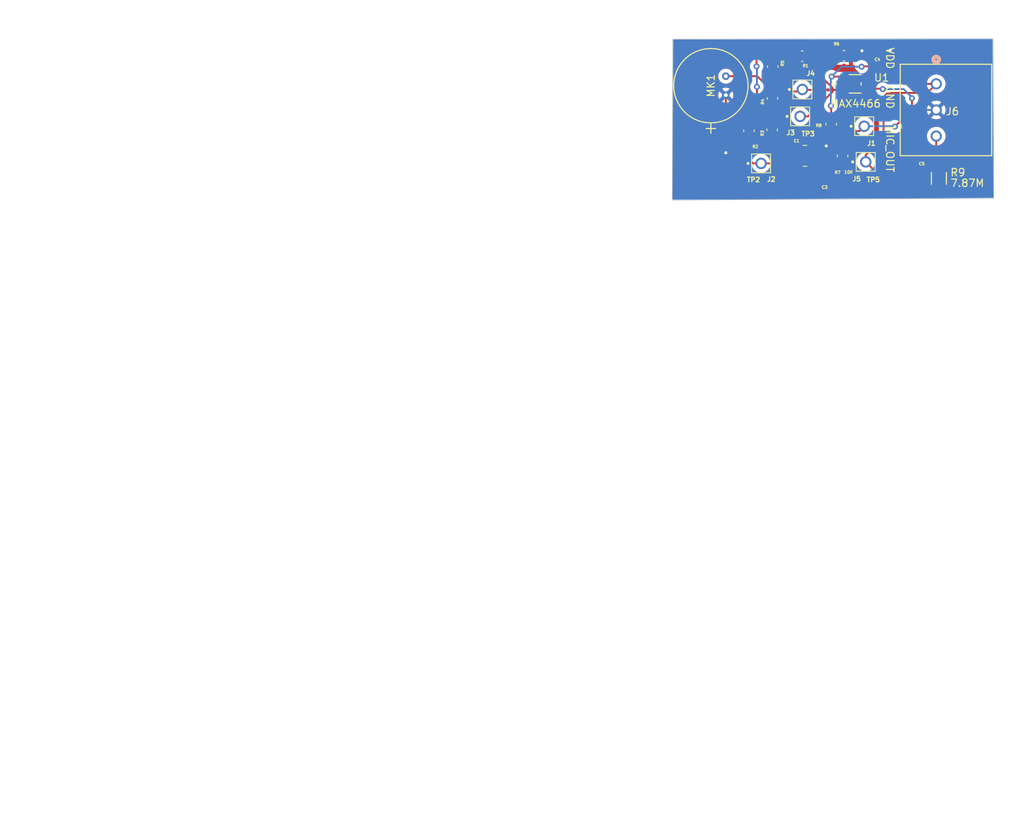
<source format=kicad_pcb>
(kicad_pcb (version 20221018) (generator pcbnew)
  (title_block (title "MICROPHONE PCB") (rev "A") (company "LNVD") (comment 1 "AUTHOR: EVAN NEWELL"))
  (layers (0 "F.Cu" signal) (31 "B.Cu" signal) (34 "B.Paste" user) (35 "F.Paste" user) (36 "B.SilkS" user "B.Silkscreen") (37 "F.SilkS" user "F.Silkscreen") (38 "B.Mask" user) (39 "F.Mask" user) (44 "Edge.Cuts" user))
  (net 0 "")
  (net 1 "/TP4")
  (net 2 "/TP3")
  (net 3 "/TP1")
  (net 4 "/TP5")
  (net 5 "Mic Out")
  (net 6 "GND")
  (net 7 "/TP2")
  (net 8 "VDD")
  (net 9 "Net-(R1-Pad2)")
  (net 10 "Net-(R3-Pad2)")
  (net 11 "Net-(C3-Pad1)")
  (footprint "Library:RES_R1206_ROM-M" (layer "F.Cu") (at 165.3794 97.2312 90)
    (fp_text reference "R9" (at 0.7874 2.54 unlocked) (layer "F.SilkS"))
    (fp_text value "7.87M" (at -0.635 3.81 unlocked) (layer "F.SilkS"))
    (fp_line (start -0.800751 1.002) (end 0.800751 1.002) (stroke (width 0.1524)) (layer "F.SilkS"))
    (fp_line (start 0.800751 -1.002) (end -0.800751 -1.002) (stroke (width 0.1524)) (layer "F.SilkS"))
    (pad "1" smd rect (at -1.5494 0 90) (size 0.8636 1.8008) (layers "F.Cu" "F.Paste" "F.Mask") (net 4 "/TP5"))
    (pad "2" smd rect (at 1.5494 0 90) (size 0.8636 1.8008) (layers "F.Cu" "F.Paste" "F.Mask") (net 5 "Mic Out"))
    (zone (net 0) (net_name "") (layer "F.Cu") (connect_pads (clearance 0)) (min_thickness 0.254)
      (keepout (tracks not_allowed) (vias not_allowed) (pads allowed) (copperpour not_allowed) (footprints allowed))
      (fill (thermal_gap 0.508) (thermal_bridge_width 0.508))
      (polygon (pts (xy 164.5552 98.298) (xy 164.5552 96.1644) (xy 166.2036 96.1644) (xy 166.2036 98.298)))
    )
  )
  (footprint "Library:RESC2012X60N" (layer "F.Cu") (at 152.6588 80.7974)
    (fp_text reference "R6" (at -0.9954 -1.5748) (layer "F.SilkS") (effects (font (size 0.393701 0.393701) (thickness 0.098425))))
    (fp_text value "1.8M")
    (fp_line (start -0.12 -0.7) (end 0.12 -0.7) (stroke (width 0.127)) (layer "F.SilkS"))
    (fp_line (start -0.12 0.7) (end 0.12 0.7) (stroke (width 0.127)) (layer "F.SilkS"))
    (pad "1" smd rect (at -0.935 0) (size 1 1.42) (layers "F.Cu" "F.Paste" "F.Mask") (net 2 "/TP3"))
    (pad "2" smd rect (at 0.935 0) (size 1 1.42) (layers "F.Cu" "F.Paste" "F.Mask") (net 6 "GND"))
  )
  (footprint "Library:RESC2012X60N" (layer "F.Cu") (at 147.0708 80.8482 180)
    (fp_text reference "R1" (at -0.44 -1.3) (layer "F.SilkS") (effects (font (size 0.393701 0.393701))))
    (fp_text value "1k")
    (fp_line (start -0.12 -0.7) (end 0.12 -0.7) (stroke (width 0.127)) (layer "F.SilkS"))
    (fp_line (start -0.12 0.7) (end 0.12 0.7) (stroke (width 0.127)) (layer "F.SilkS"))
    (pad "1" smd rect (at -0.935 0 180) (size 1 1.42) (layers "F.Cu" "F.Paste" "F.Mask") (net 8 "VDD"))
    (pad "2" smd rect (at 0.935 0 180) (size 1 1.42) (layers "F.Cu" "F.Paste" "F.Mask") (net 9 "Net-(R1-Pad2)"))
  )
  (footprint "Library:CONN_1984976_PXC" (layer "F.Cu") (at 165.0238 84.566999 -90)
    (fp_text reference "J6" (at 3.698001 -2.1844 unlocked) (layer "F.SilkS"))
    (fp_text value "VDD   GND   MIC_OUT" (at 3.494801 6.1976 -90 unlocked) (layer "F.SilkS"))
    (fp_circle (center -3.261999 0) (end -2.880999 0) (stroke (width 0.508)) (fill none) (layer "B.SilkS"))
    (fp_line (start -2.626997 -7.427001) (end -2.626997 4.826998) (stroke (width 0.1524)) (layer "F.SilkS"))
    (fp_line (start -2.626997 4.826998) (end 9.626999 4.826998) (stroke (width 0.1524)) (layer "F.SilkS"))
    (fp_line (start 9.626999 -7.427001) (end -2.626997 -7.427001) (stroke (width 0.1524)) (layer "F.SilkS"))
    (fp_line (start 9.626999 4.826998) (end 9.626999 -7.427001) (stroke (width 0.1524)) (layer "F.SilkS"))
    (fp_circle (center -3.261999 0) (end -2.880999 0) (stroke (width 0.508)) (fill none) (layer "F.SilkS"))
    (pad "1" thru_hole circle (at 0 0 270) (size 1.4986 1.4986) (drill 0.9906) (layers "*.Cu" "*.Mask") (net 8 "VDD"))
    (pad "2" thru_hole circle (at 3.500001 0 270) (size 1.4986 1.4986) (drill 0.9906) (layers "*.Cu" "*.Mask") (net 6 "GND"))
    (pad "3" thru_hole circle (at 7.000001 0 270) (size 1.4986 1.4986) (drill 0.9906) (layers "*.Cu" "*.Mask") (net 5 "Mic Out"))
  )
  (footprint "Library:RESC2012X60N" (layer "F.Cu") (at 139.9286 90.8558 -90)
    (fp_text reference "R2" (at 2.1336 -0.8636 -180) (layer "F.SilkS") (effects (font (size 0.393701 0.393701) (thickness 0.098425))))
    (fp_text value "100")
    (fp_line (start -0.12 -0.7) (end 0.12 -0.7) (stroke (width 0.127)) (layer "F.SilkS"))
    (fp_line (start -0.12 0.7) (end 0.12 0.7) (stroke (width 0.127)) (layer "F.SilkS"))
    (pad "1" smd rect (at -0.935 0 270) (size 1 1.42) (layers "F.Cu" "F.Paste" "F.Mask") (net 9 "Net-(R1-Pad2)"))
    (pad "2" smd rect (at 0.935 0 270) (size 1 1.42) (layers "F.Cu" "F.Paste" "F.Mask") (net 7 "/TP2"))
  )
  (footprint "Library:RESC2012X60N" (layer "F.Cu") (at 143.0782 86.5172 90)
    (fp_text reference "R4" (at -0.44 -1.3 90) (layer "F.SilkS") (effects (font (size 0.393701 0.393701))))
    (fp_text value "100")
    (fp_line (start -0.12 -0.7) (end 0.12 -0.7) (stroke (width 0.127)) (layer "F.SilkS"))
    (fp_line (start -0.12 0.7) (end 0.12 0.7) (stroke (width 0.127)) (layer "F.SilkS"))
    (pad "1" smd rect (at -0.935 0 90) (size 1 1.42) (layers "F.Cu" "F.Paste" "F.Mask") (net 10 "Net-(R3-Pad2)"))
    (pad "2" smd rect (at 0.935 0 90) (size 1 1.42) (layers "F.Cu" "F.Paste" "F.Mask") (net 1 "/TP4"))
  )
  (footprint "Library:ADAM-TECH_PH1-01-UA" (layer "F.Cu") (at 155.575 95.0214)
    (fp_text reference "J5" (at -1.2192 2.286) (layer "F.SilkS") (effects (font (size 0.64 0.64))))
    (fp_text value "TP5" (at 1.016 2.3876) (layer "F.SilkS") (effects (font (size 0.64 0.64))))
    (fp_line (start -1.27 -1.25) (end -1.27 1.25) (stroke (width 0.127)) (layer "F.SilkS"))
    (fp_line (start -1.27 1.25) (end 1.27 1.25) (stroke (width 0.127)) (layer "F.SilkS"))
    (fp_line (start 1.27 -1.25) (end -1.27 -1.25) (stroke (width 0.127)) (layer "F.SilkS"))
    (fp_line (start 1.27 1.25) (end 1.27 -1.25) (stroke (width 0.127)) (layer "F.SilkS"))
    (fp_circle (center -1.75 0) (end -1.65 0) (stroke (width 0.2)) (fill none) (layer "F.SilkS"))
    (pad "1" thru_hole circle (at 0 0) (size 1.53 1.53) (drill 1.02) (layers "*.Cu" "*.Mask") (net 4 "/TP5"))
  )
  (footprint "Library:ADAM-TECH_PH1-01-UA" (layer "F.Cu") (at 146.7866 88.9254)
    (fp_text reference "J3" (at -1.27 2.1844) (layer "F.SilkS") (effects (font (size 0.64 0.64))))
    (fp_text value "TP3" (at 1.0668 2.3368) (layer "F.SilkS") (effects (font (size 0.64 0.64))))
    (fp_line (start -1.27 -1.25) (end -1.27 1.25) (stroke (width 0.127)) (layer "F.SilkS"))
    (fp_line (start -1.27 1.25) (end 1.27 1.25) (stroke (width 0.127)) (layer "F.SilkS"))
    (fp_line (start 1.27 -1.25) (end -1.27 -1.25) (stroke (width 0.127)) (layer "F.SilkS"))
    (fp_line (start 1.27 1.25) (end 1.27 -1.25) (stroke (width 0.127)) (layer "F.SilkS"))
    (fp_circle (center -1.75 0) (end -1.65 0) (stroke (width 0.2)) (fill none) (layer "F.SilkS"))
    (pad "1" thru_hole circle (at 0 0) (size 1.53 1.53) (drill 1.02) (layers "*.Cu" "*.Mask") (net 2 "/TP3"))
  )
  (footprint "Library:RESC2012X60N" (layer "F.Cu") (at 150.9522 89.9716 90)
    (fp_text reference "R8" (at -0.173 -1.6764 180) (layer "F.SilkS") (effects (font (size 0.393701 0.393701))))
    (fp_text value "499k")
    (fp_line (start -0.12 -0.7) (end 0.12 -0.7) (stroke (width 0.127)) (layer "F.SilkS"))
    (fp_line (start -0.12 0.7) (end 0.12 0.7) (stroke (width 0.127)) (layer "F.SilkS"))
    (pad "1" smd rect (at -0.935 0 90) (size 1 1.42) (layers "F.Cu" "F.Paste" "F.Mask") (net 3 "/TP1"))
    (pad "2" smd rect (at 0.935 0 90) (size 1 1.42) (layers "F.Cu" "F.Paste" "F.Mask") (net 4 "/TP5"))
  )
  (footprint "Library:ADAM-TECH_PH1-01-UA" (layer "F.Cu") (at 141.5542 95.2246)
    (fp_text reference "J2" (at 1.3716 2.1336) (layer "F.SilkS") (effects (font (size 0.64 0.64))))
    (fp_text value "TP2" (at -1.016 2.1844) (layer "F.SilkS") (effects (font (size 0.64 0.64))))
    (fp_line (start -1.27 -1.25) (end -1.27 1.25) (stroke (width 0.127)) (layer "F.SilkS"))
    (fp_line (start -1.27 1.25) (end 1.27 1.25) (stroke (width 0.127)) (layer "F.SilkS"))
    (fp_line (start 1.27 -1.25) (end -1.27 -1.25) (stroke (width 0.127)) (layer "F.SilkS"))
    (fp_line (start 1.27 1.25) (end 1.27 -1.25) (stroke (width 0.127)) (layer "F.SilkS"))
    (fp_circle (center -1.75 0) (end -1.65 0) (stroke (width 0.2)) (fill none) (layer "F.SilkS"))
    (pad "1" thru_hole circle (at 0 0) (size 1.53 1.53) (drill 1.02) (layers "*.Cu" "*.Mask") (net 7 "/TP2"))
  )
  (footprint "Library:RESC2012X60N" (layer "F.Cu") (at 143.0274 90.7336 90)
    (fp_text reference "R3" (at -0.44 -1.3 90) (layer "F.SilkS") (effects (font (size 0.393701 0.393701))))
    (fp_text value "1k")
    (fp_line (start -0.12 -0.7) (end 0.12 -0.7) (stroke (width 0.127)) (layer "F.SilkS"))
    (fp_line (start -0.12 0.7) (end 0.12 0.7) (stroke (width 0.127)) (layer "F.SilkS"))
    (pad "1" smd rect (at -0.935 0 90) (size 1 1.42) (layers "F.Cu" "F.Paste" "F.Mask") (net 7 "/TP2"))
    (pad "2" smd rect (at 0.935 0 90) (size 1 1.42) (layers "F.Cu" "F.Paste" "F.Mask") (net 10 "Net-(R3-Pad2)"))
  )
  (footprint "Library:Mic_Op_Amp" (layer "F.Cu") (at 154.15895 84.567001)
    (fp_text reference "U1" (at 3.54965 -0.823201 unlocked) (layer "F.SilkS"))
    (fp_text value "MAX4466" (at 0.04445 2.652001 unlocked) (layer "F.SilkS"))
    (fp_line (start -0.8001 1.2319) (end 0.8001 1.2319) (stroke (width 0.1524)) (layer "F.SilkS"))
    (fp_line (start 0.8001 -1.2319) (end -0.8001 -1.2319) (stroke (width 0.1524)) (layer "F.SilkS"))
    (fp_line (start 0.8001 0.164859) (end 0.8001 -0.164859) (stroke (width 0.1524)) (layer "F.SilkS"))
    (pad "1" smd rect (at -1.21285 -0.649999) (size 1.0795 0.3048) (layers "F.Cu" "F.Paste" "F.Mask") (net 4 "/TP5"))
    (pad "2" smd rect (at -1.21285 0) (size 1.0795 0.3048) (layers "F.Cu" "F.Paste" "F.Mask") (net 8 "VDD"))
    (pad "3" smd rect (at -1.21285 0.649999) (size 1.0795 0.3048) (layers "F.Cu" "F.Paste" "F.Mask") (net 2 "/TP3"))
    (pad "4" smd rect (at 1.21285 0.649999) (size 1.0795 0.3048) (layers "F.Cu" "F.Paste" "F.Mask") (net 3 "/TP1"))
    (pad "5" smd rect (at 1.21285 -0.649999) (size 1.0795 0.3048) (layers "F.Cu" "F.Paste" "F.Mask") (net 6 "GND"))
  )
  (footprint "Library:CAPC0603X33N" (layer "F.Cu") (at 150.8236 85.3694)
    (fp_text reference "C2" (at 0.53 -0.76) (layer "F.SilkS") (effects (font (size 0.393701 0.393701))))
    (fp_text value "12n")
    (pad "1" smd rect (at -0.281 0) (size 0.38 0.4) (layers "F.Cu" "F.Paste" "F.Mask") (net 1 "/TP4"))
    (pad "2" smd rect (at 0.281 0) (size 0.38 0.4) (layers "F.Cu" "F.Paste" "F.Mask") (net 2 "/TP3"))
  )
  (footprint "Library:CAPC0603X33N" (layer "F.Cu") (at 150.5966 97.663 180)
    (fp_text reference "C3" (at 0.53 -0.76) (layer "F.SilkS") (effects (font (size 0.393701 0.393701))))
    (fp_text value "1u")
    (pad "1" smd rect (at -0.281 0 180) (size 0.38 0.4) (layers "F.Cu" "F.Paste" "F.Mask") (net 11 "Net-(C3-Pad1)"))
    (pad "2" smd rect (at 0.281 0 180) (size 0.38 0.4) (layers "F.Cu" "F.Paste" "F.Mask") (net 6 "GND"))
  )
  (footprint "Library:CAPC0603X33N" (layer "F.Cu") (at 162.0504 96.2406 180)
    (fp_text reference "C5" (at -1.0398 0.9652) (layer "F.SilkS") (effects (font (size 0.393701 0.393701))))
    (fp_text value "1p")
    (pad "1" smd rect (at -0.281 0 180) (size 0.38 0.4) (layers "F.Cu" "F.Paste" "F.Mask") (net 5 "Mic Out"))
    (pad "2" smd rect (at 0.281 0 180) (size 0.38 0.4) (layers "F.Cu" "F.Paste" "F.Mask") (net 6 "GND"))
  )
  (footprint "Library:ADAM-TECH_PH1-01-UA" (layer "F.Cu") (at 147.0914 85.3186)
    (fp_text reference "J4" (at 1.1176 -2.1564) (layer "F.SilkS") (effects (font (size 0.64 0.64))))
    (fp_text value "TP4")
    (fp_line (start -1.27 -1.25) (end -1.27 1.25) (stroke (width 0.127)) (layer "F.SilkS"))
    (fp_line (start -1.27 1.25) (end 1.27 1.25) (stroke (width 0.127)) (layer "F.SilkS"))
    (fp_line (start 1.27 -1.25) (end -1.27 -1.25) (stroke (width 0.127)) (layer "F.SilkS"))
    (fp_line (start 1.27 1.25) (end 1.27 -1.25) (stroke (width 0.127)) (layer "F.SilkS"))
    (fp_circle (center -1.75 0) (end -1.65 0) (stroke (width 0.2)) (fill none) (layer "F.SilkS"))
    (pad "1" thru_hole circle (at 0 0) (size 1.53 1.53) (drill 1.02) (layers "*.Cu" "*.Mask") (net 1 "/TP4"))
  )
  (footprint "Library:RESC2012X60N" (layer "F.Cu") (at 152.4762 94.2086 -90)
    (fp_text reference "R7" (at 2.2352 0.6604) (layer "F.SilkS") (effects (font (size 0.393701 0.393701) (thickness 0.098425))))
    (fp_text value "10K" (at 2.1844 -0.8128) (layer "F.SilkS") (effects (font (size 0.393701 0.393701) (thickness 0.098425))))
    (fp_line (start -0.12 -0.7) (end 0.12 -0.7) (stroke (width 0.127)) (layer "F.SilkS"))
    (fp_line (start -0.12 0.7) (end 0.12 0.7) (stroke (width 0.127)) (layer "F.SilkS"))
    (pad "1" smd rect (at -0.935 0 270) (size 1 1.42) (layers "F.Cu" "F.Paste" "F.Mask") (net 3 "/TP1"))
    (pad "2" smd rect (at 0.935 0 270) (size 1 1.42) (layers "F.Cu" "F.Paste" "F.Mask") (net 11 "Net-(C3-Pad1)"))
  )
  (footprint "Library:CAPC3225X280N" (layer "F.Cu") (at 147.4268 94.2086)
    (fp_text reference "C1" (at -1.11 -2) (layer "F.SilkS") (effects (font (size 0.393701 0.393701))))
    (fp_text value "330u")
    (fp_line (start -0.26 -1.4) (end 0.26 -1.4) (stroke (width 0.127)) (layer "F.SilkS"))
    (fp_line (start -0.26 1.4) (end 0.26 1.4) (stroke (width 0.127)) (layer "F.SilkS"))
    (pad "1" smd rect (at -1.341 0) (size 1.53 2.81) (layers "F.Cu" "F.Paste" "F.Mask") (net 7 "/TP2"))
    (pad "2" smd rect (at 1.341 0) (size 1.53 2.81) (layers "F.Cu" "F.Paste" "F.Mask") (net 6 "GND"))
  )
  (footprint "Library:CAPC0603X33N" (layer "F.Cu") (at 156.3608 82.2198 180)
    (fp_text reference "C4" (at -0.789 0.9144) (layer "F.SilkS") (effects (font (size 0.393701 0.393701) (thickness 0.098425))))
    (fp_text value "100p")
    (pad "1" smd rect (at -0.281 0 180) (size 0.38 0.4) (layers "F.Cu" "F.Paste" "F.Mask") (net 3 "/TP1"))
    (pad "2" smd rect (at 0.281 0 180) (size 0.38 0.4) (layers "F.Cu" "F.Paste" "F.Mask") (net 4 "/TP5"))
  )
  (footprint "Library:RESC2012X60N" (layer "F.Cu") (at 143.129 82.25 -90)
    (fp_text reference "R5" (at -0.44 -1.3 90) (layer "F.SilkS") (effects (font (size 0.393701 0.393701))))
    (fp_text value "1M")
    (fp_line (start -0.12 -0.7) (end 0.12 -0.7) (stroke (width 0.127)) (layer "F.SilkS"))
    (fp_line (start -0.12 0.7) (end 0.12 0.7) (stroke (width 0.127)) (layer "F.SilkS"))
    (pad "1" smd rect (at -0.935 0 270) (size 1 1.42) (layers "F.Cu" "F.Paste" "F.Mask") (net 8 "VDD"))
    (pad "2" smd rect (at 0.935 0 270) (size 1 1.42) (layers "F.Cu" "F.Paste" "F.Mask") (net 2 "/TP3"))
  )
  (footprint "Library:ADAM-TECH_PH1-01-UA" (layer "F.Cu") (at 155.3718 90.2462)
    (fp_text reference "J1" (at 0.9652 2.286) (layer "F.SilkS") (effects (font (size 0.64 0.64))))
    (fp_text value "TP1")
    (fp_line (start -1.27 -1.25) (end -1.27 1.25) (stroke (width 0.127)) (layer "F.SilkS"))
    (fp_line (start -1.27 1.25) (end 1.27 1.25) (stroke (width 0.127)) (layer "F.SilkS"))
    (fp_line (start 1.27 -1.25) (end -1.27 -1.25) (stroke (width 0.127)) (layer "F.SilkS"))
    (fp_line (start 1.27 1.25) (end 1.27 -1.25) (stroke (width 0.127)) (layer "F.SilkS"))
    (fp_circle (center -1.75 0) (end -1.65 0) (stroke (width 0.2)) (fill none) (layer "F.SilkS"))
    (pad "1" thru_hole circle (at 0 0) (size 1.53 1.53) (drill 1.02) (layers "*.Cu" "*.Mask") (net 3 "/TP1"))
  )
  (footprint "Library:CMA_CUI_9P7X9P7_CUD" (layer "F.Cu") (at 134.8298 86.0806 90)
    (fp_text reference "MK1" (at 1.27 0 90 unlocked) (layer "F.SilkS"))
    (fp_text value "MIC")
    (fp_line (start -5.1054 0) (end -3.8354 0) (stroke (width 0.1524)) (layer "F.SilkS"))
    (fp_line (start -4.4704 -0.635) (end -4.4704 0.635) (stroke (width 0.1524)) (layer "F.SilkS"))
    (fp_circle (center 1.27 0) (end 6.2484 0) (stroke (width 0.1524)) (fill none) (layer "F.SilkS"))
    (pad "1" thru_hole circle (at 0 2 90) (size 1.016 1.016) (drill 0.508) (layers "*.Cu" "*.Mask") (net 6 "GND"))
    (pad "2" thru_hole circle (at 2.54 2 90) (size 1.016 1.016) (drill 0.508) (layers "*.Cu" "*.Mask") (net 1 "/TP4"))
  )
  (gr_line (start 172.7454 99.8982) (end 129.6416 100.1522) (stroke (width 0.1)) (layer "Edge.Cuts"))
  (gr_line (start 129.7178 78.5622) (end 172.6438 78.5114) (stroke (width 0.1)) (layer "Edge.Cuts"))
  (gr_line (start 172.6438 78.5114) (end 172.7454 99.8982) (stroke (width 0.1)) (layer "Edge.Cuts"))
  (gr_line (start 129.6416 100.1522) (end 129.7178 78.5622) (stroke (width 0.1)) (layer "Edge.Cuts"))
  (segment (start 143.0782 85.5822) (end 146.8278 85.5822) (width 0.25) (layer "F.Cu") (net 1))
  (segment (start 147.1422 85.3694) (end 147.0914 85.3186) (width 0.25) (layer "F.Cu") (net 1))
  (segment (start 136.8298 83.5406) (end 141.0366 83.5406) (width 0.25) (layer "F.Cu") (net 1))
  (segment (start 146.8278 85.5822) (end 147.0914 85.3186) (width 0.25) (layer "F.Cu") (net 1))
  (segment (start 141.0366 83.5406) (end 143.0782 85.5822) (width 0.25) (layer "F.Cu") (net 1))
  (segment (start 150.5426 85.3694) (end 147.1422 85.3694) (width 0.25) (layer "F.Cu") (net 1))
  (segment (start 151.0538 80.7974) (end 149.5806 82.2706) (width 0.25) (layer "F.Cu") (net 2))
  (segment (start 151.1046 85.65702) (end 151.1046 85.3694) (width 0.25) (layer "F.Cu") (net 2))
  (segment (start 143.129 83.185) (end 149.479 83.185) (width 0.25) (layer "F.Cu") (net 2))
  (segment (start 149.5806 82.2706) (end 149.5806 83.0834) (width 0.25) (layer "F.Cu") (net 2))
  (segment (start 151.1046 85.08178) (end 151.1046 85.3694) (width 0.25) (layer "F.Cu") (net 2))
  (segment (start 151.7238 80.7974) (end 151.0538 80.7974) (width 0.25) (layer "F.Cu") (net 2))
  (segment (start 152.7937 85.3694) (end 152.9461 85.217) (width 0.25) (layer "F.Cu") (net 2))
  (segment (start 149.479 83.185) (end 149.5806 83.0834) (width 0.25) (layer "F.Cu") (net 2))
  (segment (start 146.7866 88.9254) (end 147.83622 88.9254) (width 0.25) (layer "F.Cu") (net 2))
  (segment (start 149.5806 83.0834) (end 149.5806 83.55778) (width 0.25) (layer "F.Cu") (net 2))
  (segment (start 147.83622 88.9254) (end 151.1046 85.65702) (width 0.25) (layer "F.Cu") (net 2))
  (segment (start 151.1046 85.3694) (end 152.7937 85.3694) (width 0.25) (layer "F.Cu") (net 2))
  (segment (start 149.5806 83.55778) (end 151.1046 85.08178) (width 0.25) (layer "F.Cu") (net 2))
  (segment (start 156.6418 82.2198) (end 156.6418 83.947) (width 0.25) (layer "F.Cu") (net 3))
  (segment (start 161.7726 88.011) (end 159.4866 90.297) (width 0.25) (layer "F.Cu") (net 3))
  (segment (start 155.3718 85.217) (end 157.8102 85.217) (width 0.25) (layer "F.Cu") (net 3))
  (segment (start 157.8102 85.217) (end 157.861 85.2678) (width 0.25) (layer "F.Cu") (net 3))
  (segment (start 152.4762 90.9574) (end 152.4254 90.9066) (width 0.25) (layer "F.Cu") (net 3))
  (segment (start 156.6418 83.947) (end 155.3718 85.217) (width 0.25) (layer "F.Cu") (net 3))
  (segment (start 154.7114 90.9066) (end 155.3718 90.2462) (width 0.25) (layer "F.Cu") (net 3))
  (segment (start 152.4254 90.9066) (end 154.7114 90.9066) (width 0.25) (layer "F.Cu") (net 3))
  (segment (start 152.4762 93.2736) (end 152.4762 90.9574) (width 0.25) (layer "F.Cu") (net 3))
  (segment (start 161.7726 86.5003) (end 161.7726 88.011) (width 0.25) (layer "F.Cu") (net 3))
  (segment (start 150.9522 90.9066) (end 152.4254 90.9066) (width 0.25) (layer "F.Cu") (net 3))
  (via (at 157.861 85.2678) (size 0.8) (drill 0.4) (layers "F.Cu" "B.Cu") (net 3))
  (via (at 161.7726 86.5003) (size 0.8) (drill 0.4) (layers "F.Cu" "B.Cu") (net 3))
  (via (at 159.4866 90.297) (size 0.8) (drill 0.4) (layers "F.Cu" "B.Cu") (net 3))
  (segment (start 159.4866 90.297) (end 159.4358 90.2462) (width 0.25) (layer "B.Cu") (net 3))
  (segment (start 161.7726 86.3854) (end 161.7726 86.5003) (width 0.25) (layer "B.Cu") (net 3))
  (segment (start 159.4358 90.2462) (end 155.3718 90.2462) (width 0.25) (layer "B.Cu") (net 3))
  (segment (start 157.861 85.2678) (end 160.655 85.2678) (width 0.25) (layer "B.Cu") (net 3))
  (segment (start 160.655 85.2678) (end 161.7726 86.3854) (width 0.25) (layer "B.Cu") (net 3))
  (segment (start 150.9522 87.5538) (end 150.9014 87.503) (width 0.25) (layer "F.Cu") (net 4))
  (segment (start 155.575 94.107) (end 157.9626 91.7194) (width 0.25) (layer "F.Cu") (net 4))
  (segment (start 152.620498 83.5914) (end 152.9461 83.917002) (width 0.25) (layer "F.Cu") (net 4))
  (segment (start 150.9522 89.0366) (end 150.9522 87.5538) (width 0.25) (layer "F.Cu") (net 4))
  (segment (start 157.9626 88.5698) (end 157.6578 88.265) (width 0.25) (layer "F.Cu") (net 4))
  (segment (start 151.7746 88.2142) (end 150.9522 89.0366) (width 0.25) (layer "F.Cu") (net 4))
  (segment (start 151.003 83.5914) (end 152.620498 83.5914) (width 0.25) (layer "F.Cu") (net 4))
  (segment (start 155.575 95.0214) (end 155.575 94.107) (width 0.25) (layer "F.Cu") (net 4))
  (segment (start 159.3342 98.7806) (end 155.575 95.0214) (width 0.25) (layer "F.Cu") (net 4))
  (segment (start 156.0798 82.2198) (end 155.067 82.2198) (width 0.25) (layer "F.Cu") (net 4))
  (segment (start 157.6578 88.265) (end 152.273 88.265) (width 0.25) (layer "F.Cu") (net 4))
  (segment (start 165.3794 98.7806) (end 159.3342 98.7806) (width 0.25) (layer "F.Cu") (net 4))
  (segment (start 157.9626 91.7194) (end 157.9626 88.5698) (width 0.25) (layer "F.Cu") (net 4))
  (segment (start 152.2222 88.2142) (end 151.7746 88.2142) (width 0.25) (layer "F.Cu") (net 4))
  (segment (start 152.273 88.265) (end 152.2222 88.2142) (width 0.25) (layer "F.Cu") (net 4))
  (segment (start 155.067 82.2198) (end 155.0162 82.2706) (width 0.25) (layer "F.Cu") (net 4))
  (via (at 155.0162 82.2706) (size 0.8) (drill 0.4) (layers "F.Cu" "B.Cu") (net 4))
  (via (at 150.9014 87.503) (size 0.8) (drill 0.4) (layers "F.Cu" "B.Cu") (net 4))
  (via (at 151.003 83.5914) (size 0.8) (drill 0.4) (layers "F.Cu" "B.Cu") (net 4))
  (segment (start 155.0162 82.2706) (end 152.3238 82.2706) (width 0.25) (layer "B.Cu") (net 4))
  (segment (start 150.9014 87.503) (end 150.9014 83.693) (width 0.25) (layer "B.Cu") (net 4))
  (segment (start 152.3238 82.2706) (end 151.003 83.5914) (width 0.25) (layer "B.Cu") (net 4))
  (segment (start 150.9014 83.693) (end 151.003 83.5914) (width 0.25) (layer "B.Cu") (net 4))
  (segment (start 164.861022 95.6818) (end 164.302222 96.2406) (width 0.25) (layer "F.Cu") (net 5))
  (segment (start 165.0238 95.3262) (end 165.3794 95.6818) (width 0.25) (layer "F.Cu") (net 5))
  (segment (start 164.302222 96.2406) (end 162.3314 96.2406) (width 0.25) (layer "F.Cu") (net 5))
  (segment (start 165.3794 95.6818) (end 164.861022 95.6818) (width 0.25) (layer "F.Cu") (net 5))
  (segment (start 165.0238 91.567) (end 165.0238 95.3262) (width 0.25) (layer "F.Cu") (net 5))
  (segment (start 161.7694 96.2406) (end 161.7694 91.3214) (width 0.25) (layer "F.Cu") (net 6))
  (segment (start 148.7678 94.2086) (end 150.0886 92.8878) (width 0.25) (layer "F.Cu") (net 6))
  (segment (start 153.5938 82.139002) (end 153.5938 80.7974) (width 0.25) (layer "F.Cu") (net 6))
  (segment (start 166.5478 80.1878) (end 166.3954 80.0354) (width 0.25) (layer "F.Cu") (net 6))
  (segment (start 166.5478 86.543) (end 166.5478 80.1878) (width 0.25) (layer "F.Cu") (net 6))
  (segment (start 148.2598 96.8502) (end 148.7678 96.3422) (width 0.25) (layer "F.Cu") (net 6))
  (segment (start 136.8298 86.0806) (end 136.8298 93.8022) (width 0.25) (layer "F.Cu") (net 6))
  (segment (start 150.0886 92.8878) (end 150.2918 92.8878) (width 0.25) (layer "F.Cu") (net 6))
  (segment (start 166.3954 80.0354) (end 158.877 80.0354) (width 0.25) (layer "F.Cu") (net 6))
  (segment (start 165.0238 88.067) (end 166.5478 86.543) (width 0.25) (layer "F.Cu") (net 6))
  (segment (start 155.067 80.137) (end 154.2542 80.137) (width 0.25) (layer "F.Cu") (net 6))
  (segment (start 155.3718 83.917002) (end 153.5938 82.139002) (width 0.25) (layer "F.Cu") (net 6))
  (segment (start 154.2542 80.137) (end 153.5938 80.7974) (width 0.25) (layer "F.Cu") (net 6))
  (segment (start 148.7678 96.3422) (end 148.7678 94.2086) (width 0.25) (layer "F.Cu") (net 6))
  (segment (start 149.0726 97.663) (end 148.2598 96.8502) (width 0.25) (layer "F.Cu") (net 6))
  (segment (start 161.7694 91.3214) (end 165.0238 88.067) (width 0.25) (layer "F.Cu") (net 6))
  (segment (start 150.3156 97.663) (end 149.0726 97.663) (width 0.25) (layer "F.Cu") (net 6))
  (via (at 158.877 80.0354) (size 0.8) (drill 0.4) (layers "F.Cu" "B.Cu") (net 6))
  (via (at 150.2918 92.8878) (size 0.8) (drill 0.4) (layers "F.Cu" "B.Cu") (net 6))
  (via (at 136.8298 93.8022) (size 0.8) (drill 0.4) (layers "F.Cu" "B.Cu") (net 6))
  (via (at 155.067 80.137) (size 0.8) (drill 0.4) (layers "F.Cu" "B.Cu") (net 6))
  (segment (start 153.6498 88.067) (end 165.0238 88.067) (width 0.25) (layer "B.Cu") (net 6))
  (segment (start 153.3398 89.8398) (end 153.3398 87.757) (width 0.25) (layer "B.Cu") (net 6))
  (segment (start 158.877 80.0354) (end 155.1686 80.0354) (width 0.25) (layer "B.Cu") (net 6))
  (segment (start 153.3398 87.757) (end 153.6498 88.067) (width 0.25) (layer "B.Cu") (net 6))
  (segment (start 136.8298 93.8022) (end 149.3774 93.8022) (width 0.25) (layer "B.Cu") (net 6))
  (segment (start 155.1686 80.0354) (end 155.067 80.137) (width 0.25) (layer "B.Cu") (net 6))
  (segment (start 150.2918 92.8878) (end 153.3398 89.8398) (width 0.25) (layer "B.Cu") (net 6))
  (segment (start 149.3774 93.8022) (end 150.2918 92.8878) (width 0.25) (layer "B.Cu") (net 6))
  (segment (start 143.0274 91.6686) (end 140.0508 91.6686) (width 0.25) (layer "F.Cu") (net 7))
  (segment (start 139.9286 94.6658) (end 140.4874 95.2246) (width 0.25) (layer "F.Cu") (net 7))
  (segment (start 139.9286 91.7908) (end 139.9286 94.6658) (width 0.25) (layer "F.Cu") (net 7))
  (segment (start 146.0858 94.2086) (end 145.0698 95.2246) (width 0.25) (layer "F.Cu") (net 7))
  (segment (start 140.4874 95.2246) (end 141.5542 95.2246) (width 0.25) (layer "F.Cu") (net 7))
  (segment (start 145.0698 95.2246) (end 141.5542 95.2246) (width 0.25) (layer "F.Cu") (net 7))
  (segment (start 140.0508 91.6686) (end 139.9286 91.7908) (width 0.25) (layer "F.Cu") (net 7))
  (segment (start 153.48585 84.567001) (end 152.9461 84.567001) (width 0.25) (layer "F.Cu") (net 8))
  (segment (start 163.814999 85.7758) (end 158.5214 85.7758) (width 0.25) (layer "F.Cu") (net 8))
  (segment (start 165.0238 84.566999) (end 163.814999 85.7758) (width 0.25) (layer "F.Cu") (net 8))
  (segment (start 165.0238 84.566999) (end 160.665399 84.566999) (width 0.25) (layer "F.Cu") (net 8))
  (segment (start 154.1018 85.182951) (end 153.48585 84.567001) (width 0.25) (layer "F.Cu") (net 8))
  (segment (start 154.1018 86.6394) (end 154.1018 85.182951) (width 0.25) (layer "F.Cu") (net 8))
  (segment (start 144.1546 81.315) (end 145.1102 82.2706) (width 0.25) (layer "F.Cu") (net 8))
  (segment (start 160.665399 84.566999) (end 155.321 79.2226) (width 0.25) (layer "F.Cu") (net 8))
  (segment (start 157.6578 86.6394) (end 154.1018 86.6394) (width 0.25) (layer "F.Cu") (net 8))
  (segment (start 145.1102 82.2706) (end 147.8534 82.2706) (width 0.25) (layer "F.Cu") (net 8))
  (segment (start 158.5214 85.7758) (end 157.6578 86.6394) (width 0.25) (layer "F.Cu") (net 8))
  (segment (start 143.129 81.315) (end 144.1546 81.315) (width 0.25) (layer "F.Cu") (net 8))
  (segment (start 148.0058 80.8482) (end 148.0058 79.883) (width 0.25) (layer "F.Cu") (net 8))
  (segment (start 148.0058 79.883) (end 148.6662 79.2226) (width 0.25) (layer "F.Cu") (net 8))
  (segment (start 148.0058 82.1182) (end 148.0058 80.8482) (width 0.25) (layer "F.Cu") (net 8))
  (segment (start 148.6662 79.2226) (end 155.321 79.2226) (width 0.25) (layer "F.Cu") (net 8))
  (segment (start 147.8534 82.2706) (end 148.0058 82.1182) (width 0.25) (layer "F.Cu") (net 8))
  (segment (start 140.9446 82.2198) (end 140.9446 80.2386) (width 0.25) (layer "F.Cu") (net 9))
  (segment (start 145.5262 80.2386) (end 146.1358 80.8482) (width 0.25) (layer "F.Cu") (net 9))
  (segment (start 140.9954 88.854) (end 140.9954 84.963) (width 0.25) (layer "F.Cu") (net 9))
  (segment (start 139.9286 89.9208) (end 140.9954 88.854) (width 0.25) (layer "F.Cu") (net 9))
  (segment (start 140.9446 80.2386) (end 145.5262 80.2386) (width 0.25) (layer "F.Cu") (net 9))
  (via (at 140.9446 82.2198) (size 0.8) (drill 0.4) (layers "F.Cu" "B.Cu") (net 9))
  (via (at 140.9954 84.963) (size 0.8) (drill 0.4) (layers "F.Cu" "B.Cu") (net 9))
  (segment (start 140.9954 82.2706) (end 140.9446 82.2198) (width 0.25) (layer "B.Cu") (net 9))
  (segment (start 140.9954 84.963) (end 140.9954 82.2706) (width 0.25) (layer "B.Cu") (net 9))
  (segment (start 143.0274 89.7986) (end 143.0274 87.503) (width 0.25) (layer "F.Cu") (net 10))
  (segment (start 143.0274 87.503) (end 143.0782 87.4522) (width 0.25) (layer "F.Cu") (net 10))
  (segment (start 150.8776 96.7422) (end 150.8776 97.663) (width 0.25) (layer "F.Cu") (net 11))
  (segment (start 152.4762 95.1436) (end 150.8776 96.7422) (width 0.25) (layer "F.Cu") (net 11))
  (zone (net 6) (net_name "GND") (layers "F&B.Cu") (connect_pads (clearance 0.5)) (min_thickness 0.25) (fill yes (thermal_gap 0.5) (thermal_bridge_width 0.5))
    (polygon (pts (xy 128.905 73.9902) (xy 176.8094 73.3298) (xy 176.5554 104.9274) (xy 121.7422 103.4034) (xy 126.2634 73.533) (xy 129.667 74.0918) (xy 131.3434 73.8378)))
  )
)
</source>
